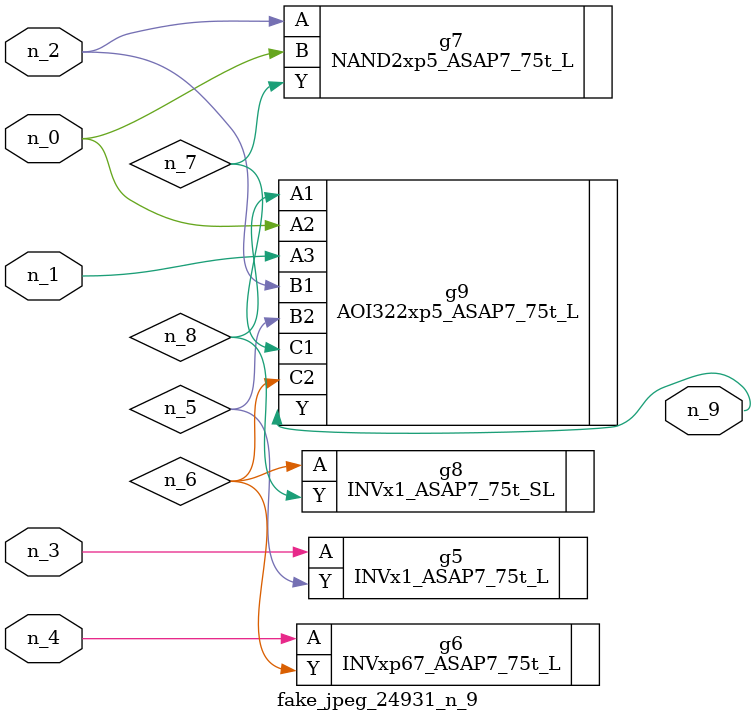
<source format=v>
module fake_jpeg_24931_n_9 (n_3, n_2, n_1, n_0, n_4, n_9);

input n_3;
input n_2;
input n_1;
input n_0;
input n_4;

output n_9;

wire n_8;
wire n_6;
wire n_5;
wire n_7;

INVx1_ASAP7_75t_L g5 ( 
.A(n_3),
.Y(n_5)
);

INVxp67_ASAP7_75t_L g6 ( 
.A(n_4),
.Y(n_6)
);

NAND2xp5_ASAP7_75t_L g7 ( 
.A(n_2),
.B(n_0),
.Y(n_7)
);

INVx1_ASAP7_75t_SL g8 ( 
.A(n_6),
.Y(n_8)
);

AOI322xp5_ASAP7_75t_L g9 ( 
.A1(n_8),
.A2(n_0),
.A3(n_1),
.B1(n_2),
.B2(n_5),
.C1(n_7),
.C2(n_6),
.Y(n_9)
);


endmodule
</source>
